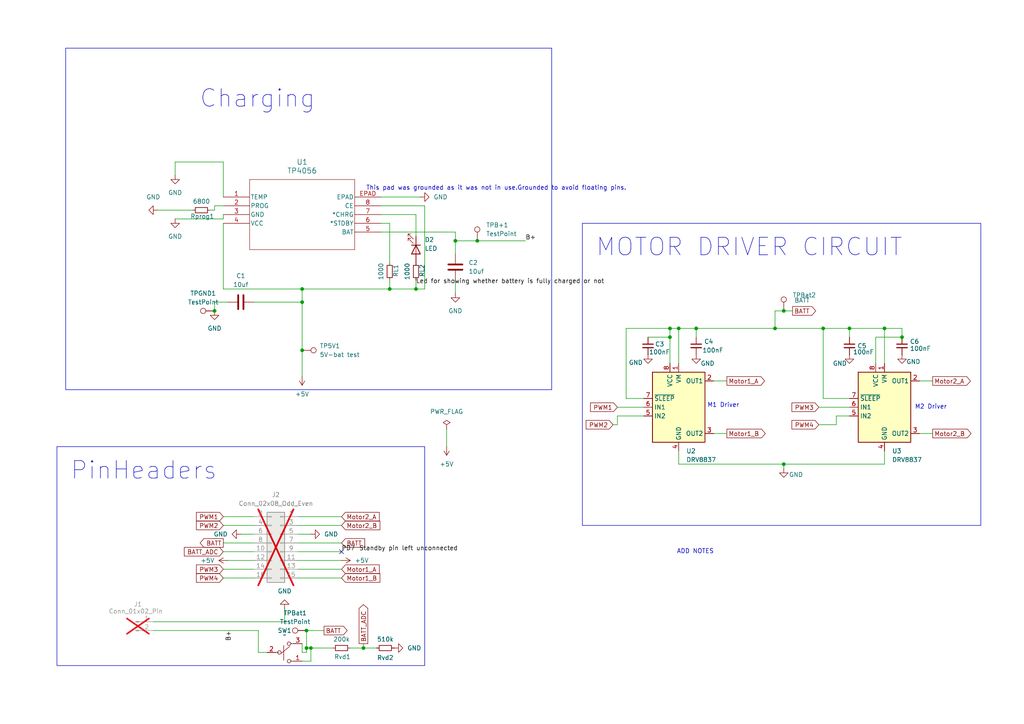
<source format=kicad_sch>
(kicad_sch (version 20231120) (generator "eeschema") (generator_version "8.0")
  (paper "A4")
  (title_block (title "Power Subsystem") (date "2024/04/01") (rev "1") (company "University Of Cape Town") (comment 1 "Sithomola") (comment 2 "Mulweli"))
  (lib_symbols
    (symbol "Connector:Conn_01x02_Pin" (pin_names (offset 1.016) hide)
      (property "Reference" "J" (at 0 2.54 0))
      (property "Value" "Conn_01x02_Pin" (at 0 -5.08 0))
      (symbol "Conn_01x02_Pin_1_1"
        (polyline (pts (xy 1.27 -2.54) (xy 0.8636 -2.54)) (stroke (width 0.1524)))
        (polyline (pts (xy 1.27 0) (xy 0.8636 0)) (stroke (width 0.1524)))
        (rectangle (start 0.8636 -2.413) (end 0 -2.667) (stroke (width 0.1524)) (fill (type outline)))
        (rectangle (start 0.8636 0.127) (end 0 -0.127) (stroke (width 0.1524)) (fill (type outline)))
        (pin passive line (at 5.08 0 180) (length 3.81) (name "Pin_1") (number "1"))
        (pin passive line (at 5.08 -2.54 180) (length 3.81) (name "Pin_2") (number "2"))
      )
    )
    (symbol "Connector:TestPoint" (pin_numbers hide) (pin_names (offset 0.762) hide)
      (property "Reference" "TP" (at 0 6.858 0))
      (property "Value" "TestPoint" (at 0 5.08 0))
      (symbol "TestPoint_0_1"
        (circle (center 0 3.302) (radius 0.762))
      )
      (symbol "TestPoint_1_1"
        (pin passive line (at 0 0 90) (length 2.54) (name "1") (number "1"))
      )
    )
    (symbol "Connector_Generic:Conn_02x08_Odd_Even" (pin_names (offset 1.016) hide)
      (property "Reference" "J" (at 1.27 10.16 0))
      (property "Value" "Conn_02x08_Odd_Even" (at 1.27 -12.7 0))
      (symbol "Conn_02x08_Odd_Even_1_1"
        (rectangle (start -1.27 -10.033) (end 0 -10.287) (stroke (width 0.1524)))
        (rectangle (start -1.27 -7.493) (end 0 -7.747) (stroke (width 0.1524)))
        (rectangle (start -1.27 -4.953) (end 0 -5.207) (stroke (width 0.1524)))
        (rectangle (start -1.27 -2.413) (end 0 -2.667) (stroke (width 0.1524)))
        (rectangle (start -1.27 0.127) (end 0 -0.127) (stroke (width 0.1524)))
        (rectangle (start -1.27 2.667) (end 0 2.413) (stroke (width 0.1524)))
        (rectangle (start -1.27 5.207) (end 0 4.953) (stroke (width 0.1524)))
        (rectangle (start -1.27 7.747) (end 0 7.493) (stroke (width 0.1524)))
        (rectangle (start -1.27 8.89) (end 3.81 -11.43) (stroke (width 0.254)) (fill (type background)))
        (rectangle (start 3.81 -10.033) (end 2.54 -10.287) (stroke (width 0.1524)))
        (rectangle (start 3.81 -7.493) (end 2.54 -7.747) (stroke (width 0.1524)))
        (rectangle (start 3.81 -4.953) (end 2.54 -5.207) (stroke (width 0.1524)))
        (rectangle (start 3.81 -2.413) (end 2.54 -2.667) (stroke (width 0.1524)))
        (rectangle (start 3.81 0.127) (end 2.54 -0.127) (stroke (width 0.1524)))
        (rectangle (start 3.81 2.667) (end 2.54 2.413) (stroke (width 0.1524)))
        (rectangle (start 3.81 5.207) (end 2.54 4.953) (stroke (width 0.1524)))
        (rectangle (start 3.81 7.747) (end 2.54 7.493) (stroke (width 0.1524)))
        (pin passive line (at -5.08 7.62 0) (length 3.81) (name "Pin_1") (number "1"))
        (pin passive line (at 7.62 -2.54 180) (length 3.81) (name "Pin_10") (number "10"))
        (pin passive line (at -5.08 -5.08 0) (length 3.81) (name "Pin_11") (number "11"))
        (pin passive line (at 7.62 -5.08 180) (length 3.81) (name "Pin_12") (number "12"))
        (pin passive line (at -5.08 -7.62 0) (length 3.81) (name "Pin_13") (number "13"))
        (pin passive line (at 7.62 -7.62 180) (length 3.81) (name "Pin_14") (number "14"))
        (pin passive line (at -5.08 -10.16 0) (length 3.81) (name "Pin_15") (number "15"))
        (pin passive line (at 7.62 -10.16 180) (length 3.81) (name "Pin_16") (number "16"))
        (pin passive line (at 7.62 7.62 180) (length 3.81) (name "Pin_2") (number "2"))
        (pin passive line (at -5.08 5.08 0) (length 3.81) (name "Pin_3") (number "3"))
        (pin passive line (at 7.62 5.08 180) (length 3.81) (name "Pin_4") (number "4"))
        (pin passive line (at -5.08 2.54 0) (length 3.81) (name "Pin_5") (number "5"))
        (pin passive line (at 7.62 2.54 180) (length 3.81) (name "Pin_6") (number "6"))
        (pin passive line (at -5.08 0 0) (length 3.81) (name "Pin_7") (number "7"))
        (pin passive line (at 7.62 0 180) (length 3.81) (name "Pin_8") (number "8"))
        (pin passive line (at -5.08 -2.54 0) (length 3.81) (name "Pin_9") (number "9"))
      )
    )
    (symbol "Device:C" (pin_numbers hide) (pin_names (offset 0.254))
      (property "Reference" "C" (at 0.635 2.54 0))
      (property "Value" "C" (at 0.635 -2.54 0))
      (symbol "C_0_1"
        (polyline (pts (xy -2.032 -0.762) (xy 2.032 -0.762)) (stroke (width 0.508)))
        (polyline (pts (xy -2.032 0.762) (xy 2.032 0.762)) (stroke (width 0.508)))
      )
      (symbol "C_1_1"
        (pin passive line (at 0 3.81 270) (length 2.794) (name "~") (number "1"))
        (pin passive line (at 0 -3.81 90) (length 2.794) (name "~") (number "2"))
      )
    )
    (symbol "Device:C_Small" (pin_numbers hide) (pin_names (offset 0.254) hide)
      (property "Reference" "C" (at 0.254 1.778 0))
      (property "Value" "C_Small" (at 0.254 -2.032 0))
      (symbol "C_Small_0_1"
        (polyline (pts (xy -1.524 -0.508) (xy 1.524 -0.508)) (stroke (width 0.3302)))
        (polyline (pts (xy -1.524 0.508) (xy 1.524 0.508)) (stroke (width 0.3048)))
      )
      (symbol "C_Small_1_1"
        (pin passive line (at 0 2.54 270) (length 2.032) (name "~") (number "1"))
        (pin passive line (at 0 -2.54 90) (length 2.032) (name "~") (number "2"))
      )
    )
    (symbol "Device:LED" (pin_numbers hide) (pin_names (offset 1.016) hide)
      (property "Reference" "D" (at 0 2.54 0))
      (property "Value" "LED" (at 0 -2.54 0))
      (symbol "LED_0_1"
        (polyline (pts (xy -1.27 -1.27) (xy -1.27 1.27)) (stroke (width 0.254)))
        (polyline (pts (xy -1.27 0) (xy 1.27 0)))
        (polyline (pts (xy 1.27 -1.27) (xy 1.27 1.27) (xy -1.27 0) (xy 1.27 -1.27)) (stroke (width 0.254)))
        (polyline (pts (xy -3.048 -0.762) (xy -4.572 -2.286) (xy -3.81 -2.286) (xy -4.572 -2.286) (xy -4.572 -1.524)))
        (polyline (pts (xy -1.778 -0.762) (xy -3.302 -2.286) (xy -2.54 -2.286) (xy -3.302 -2.286) (xy -3.302 -1.524)))
      )
      (symbol "LED_1_1"
        (pin passive line (at -3.81 0 0) (length 2.54) (name "K") (number "1"))
        (pin passive line (at 3.81 0 180) (length 2.54) (name "A") (number "2"))
      )
    )
    (symbol "Device:R_Small" (pin_numbers hide) (pin_names (offset 0.254) hide)
      (property "Reference" "R" (at 0.762 0.508 0))
      (property "Value" "R_Small" (at 0.762 -1.016 0))
      (symbol "R_Small_0_1"
        (rectangle (start -0.762 1.778) (end 0.762 -1.778) (stroke (width 0.2032)))
      )
      (symbol "R_Small_1_1"
        (pin passive line (at 0 2.54 270) (length 0.762) (name "~") (number "1"))
        (pin passive line (at 0 -2.54 90) (length 0.762) (name "~") (number "2"))
      )
    )
    (symbol "Driver_Motor:DRV8837"
      (property "Reference" "U" (at 6.35 11.43 0))
      (property "Value" "DRV8837" (at -10.16 11.43 0))
      (symbol "DRV8837_0_1"
        (rectangle (start -7.62 10.16) (end 7.62 -10.16) (stroke (width 0.254)) (fill (type background)))
      )
      (symbol "DRV8837_1_1"
        (pin power_in line (at 0 12.7 270) (length 2.54) (name "VM") (number "1"))
        (pin output line (at 10.16 7.62 180) (length 2.54) (name "OUT1") (number "2"))
        (pin output line (at 10.16 -7.62 180) (length 2.54) (name "OUT2") (number "3"))
        (pin power_in line (at 0 -12.7 90) (length 2.54) (name "GND") (number "4"))
        (pin input line (at -10.16 -2.54 0) (length 2.54) (name "IN2") (number "5"))
        (pin input line (at -10.16 0 0) (length 2.54) (name "IN1") (number "6"))
        (pin input line (at -10.16 2.54 0) (length 2.54) (name "~{SLEEP}") (number "7"))
        (pin power_in line (at -2.54 12.7 270) (length 2.54) (name "VCC") (number "8"))
        (pin passive line (at 0 -12.7 90) (length 2.54) hide (name "GND") (number "9"))
      )
    )
    (symbol "TP4056-42-ESOP8:MT-0-103-F001-T000-RS+PJ"
      (property "Reference" "SW1" (at -2.286 5.588 0))
      (symbol "MT-0-103-F001-T000-RS+PJ_1_0"
        (circle (center -2.54 -1.27) (radius 0.508))
        (polyline (pts (xy -2.54 -1.778) (xy -2.54 -2.54)))
        (polyline (pts (xy -2.286 0.254) (xy 2.032 0.254)))
        (polyline (pts (xy -0.254 1.016) (xy 1.778 -1.524)))
        (polyline (pts (xy 0 2.032) (xy 0 2.54)))
        (polyline (pts (xy 2.54 -1.778) (xy 2.54 -2.54)))
        (circle (center 0 1.524) (radius 0.508))
        (circle (center 2.54 -1.27) (radius 0.508))
        (pin passive line (at -2.54 -5.08 90) (length 2.54) (name "1") (number "1"))
        (pin passive line (at 0 5.08 270) (length 2.54) (name "2") (number "2"))
        (pin passive line (at 2.54 -5.08 90) (length 2.54) (name "3") (number "3"))
      )
    )
    (symbol "TP4056_1" (pin_names (offset 0.254))
      (property "Reference" "U" (at 22.86 10.16 0))
      (property "Value" "TP4056" (at 22.86 7.62 0))
      (symbol "TP4056_1_0_1"
        (polyline (pts (xy 7.62 -15.24) (xy 38.1 -15.24)) (stroke (width 0.127)))
        (polyline (pts (xy 7.62 5.08) (xy 7.62 -15.24)) (stroke (width 0.127)))
        (polyline (pts (xy 38.1 -15.24) (xy 38.1 5.08)) (stroke (width 0.127)))
        (polyline (pts (xy 38.1 5.08) (xy 7.62 5.08)) (stroke (width 0.127)))
        (pin input line (at 0 0 0) (length 7.62) (name "TEMP") (number "1"))
        (pin power_out line (at 0 -5.08 0) (length 7.62) (name "GND") (number "3"))
        (pin power_in line (at 0 -7.62 0) (length 7.62) (name "VCC") (number "4"))
        (pin power_in line (at 45.72 -10.16 180) (length 7.62) (name "BAT") (number "5"))
        (pin input line (at 45.72 -2.54 180) (length 7.62) (name "CE") (number "8"))
      )
      (symbol "TP4056_1_1_1"
        (pin passive line (at 0 -2.54 0) (length 7.62) (name "PROG") (number "2"))
        (pin output line (at 45.72 -7.62 180) (length 7.62) (name "*STDBY") (number "6"))
        (pin output line (at 45.72 -5.08 180) (length 7.62) (name "*CHRG") (number "7"))
        (pin passive line (at 45.72 0 180) (length 7.62) (name "EPAD") (number "EPAD"))
      )
    )
    (symbol "power:+5V" (power) (pin_numbers hide) (pin_names (offset 0) hide)
      (property "Value" "+5V" (at 0 3.556 0))
      (symbol "+5V_0_1"
        (polyline (pts (xy -0.762 1.27) (xy 0 2.54)))
        (polyline (pts (xy 0 0) (xy 0 2.54)))
        (polyline (pts (xy 0 2.54) (xy 0.762 1.27)))
      )
      (symbol "+5V_1_1"
        (pin power_in line (at 0 0 90) (length 0) (name "~") (number "1"))
      )
    )
    (symbol "power:GND" (power) (pin_numbers hide) (pin_names (offset 0) hide)
      (property "Value" "GND" (at 0 -3.81 0))
      (symbol "GND_0_1"
        (polyline (pts (xy 0 0) (xy 0 -1.27) (xy 1.27 -1.27) (xy 0 -2.54) (xy -1.27 -1.27) (xy 0 -1.27)))
      )
      (symbol "GND_1_1"
        (pin power_in line (at 0 0 270) (length 0) (name "~") (number "1"))
      )
    )
    (symbol "power:PWR_FLAG" (power) (pin_numbers hide) (pin_names (offset 0) hide)
      (property "Value" "PWR_FLAG" (at 0 3.81 0))
      (symbol "PWR_FLAG_0_0"
        (pin power_out line (at 0 0 90) (length 0) (name "~") (number "1"))
      )
      (symbol "PWR_FLAG_0_1"
        (polyline (pts (xy 0 0) (xy 0 1.27) (xy -1.016 1.905) (xy 0 2.54) (xy 1.016 1.905) (xy 0 1.27)))
      )
    )
  )
  (junction (at 138.43 69.85))
  (junction (at 256.54 95.25))
  (junction (at 196.85 95.25))
  (junction (at 227.33 90.17))
  (junction (at 227.33 134.62))
  (junction (at 87.63 101.6))
  (junction (at 113.03 83.82))
  (junction (at 246.38 95.25))
  (junction (at 87.63 87.63))
  (junction (at 201.93 95.25))
  (junction (at 105.41 187.96))
  (junction (at 194.31 97.79))
  (junction (at 87.63 83.82))
  (junction (at 88.9 187.96))
  (junction (at 224.79 95.25))
  (junction (at 120.65 83.82))
  (junction (at 238.76 95.25))
  (junction (at 88.9 182.88))
  (junction (at 62.23 90.17))
  (junction (at 261.62 97.79))
  (junction (at 194.31 95.25))
  (junction (at 132.08 69.85))
  (junction (at 90.17 187.96))
  (no_connect (at 99.06 160.02))
  (wire (pts (xy 113.03 64.77) (xy 113.03 76.2)))
  (wire (pts (xy 73.66 157.48) (xy 64.77 157.48)))
  (wire (pts (xy 132.08 69.85) (xy 132.08 73.66)))
  (wire (pts (xy 224.79 95.25) (xy 238.76 95.25)))
  (wire (pts (xy 99.06 149.86) (xy 86.36 149.86)))
  (wire (pts (xy 256.54 130.81) (xy 256.54 134.62)))
  (wire (pts (xy 181.61 95.25) (xy 181.61 115.57)))
  (wire (pts (xy 50.8 46.99) (xy 50.8 50.8)))
  (wire (pts (xy 181.61 95.25) (xy 194.31 95.25)))
  (wire (pts (xy 123.19 83.82) (xy 123.19 59.69)))
  (wire (pts (xy 44.45 180.34) (xy 82.55 180.34)))
  (wire (pts (xy 99.06 167.64) (xy 86.36 167.64)))
  (wire (pts (xy 179.07 123.19) (xy 179.07 120.65)))
  (wire (pts (xy 73.66 167.64) (xy 64.77 167.64)))
  (wire (pts (xy 256.54 95.25) (xy 261.62 95.25)))
  (wire (pts (xy 177.8 123.19) (xy 179.07 123.19)))
  (wire (pts (xy 101.6 187.96) (xy 105.41 187.96)))
  (wire (pts (xy 132.08 67.31) (xy 132.08 69.85)))
  (wire (pts (xy 242.57 120.65) (xy 246.38 120.65)))
  (wire (pts (xy 194.31 95.25) (xy 194.31 97.79)))
  (wire (pts (xy 254 97.79) (xy 254 105.41)))
  (wire (pts (xy 120.65 83.82) (xy 123.19 83.82)))
  (wire (pts (xy 62.23 59.69) (xy 64.77 59.69)))
  (wire (pts (xy 242.57 123.19) (xy 242.57 120.65)))
  (wire (pts (xy 132.08 81.28) (xy 132.08 85.09)))
  (wire (pts (xy 99.06 157.48) (xy 86.36 157.48)))
  (wire (pts (xy 201.93 95.25) (xy 201.93 97.79)))
  (wire (pts (xy 181.61 115.57) (xy 186.69 115.57)))
  (wire (pts (xy 87.63 101.6) (xy 87.63 109.22)))
  (wire (pts (xy 99.06 160.02) (xy 86.36 160.02)))
  (wire (pts (xy 45.72 60.96) (xy 55.88 60.96)))
  (wire (pts (xy 105.41 187.96) (xy 109.22 187.96)))
  (wire (pts (xy 110.49 67.31) (xy 132.08 67.31)))
  (wire (pts (xy 224.79 90.17) (xy 227.33 90.17)))
  (wire (pts (xy 194.31 95.25) (xy 196.85 95.25)))
  (wire (pts (xy 187.96 97.79) (xy 194.31 97.79)))
  (wire (pts (xy 90.17 191.77) (xy 90.17 187.96)))
  (wire (pts (xy 99.06 152.4) (xy 86.36 152.4)))
  (wire (pts (xy 64.77 46.99) (xy 50.8 46.99)))
  (wire (pts (xy 207.01 110.49) (xy 210.82 110.49)))
  (wire (pts (xy 256.54 134.62) (xy 227.33 134.62)))
  (wire (pts (xy 88.9 187.96) (xy 90.17 187.96)))
  (wire (pts (xy 194.31 105.41) (xy 194.31 97.79)))
  (wire (pts (xy 87.63 83.82) (xy 113.03 83.82)))
  (wire (pts (xy 73.66 165.1) (xy 64.77 165.1)))
  (wire (pts (xy 74.93 189.23) (xy 77.47 189.23)))
  (wire (pts (xy 227.33 134.62) (xy 227.33 135.89)))
  (wire (pts (xy 88.9 189.23) (xy 88.9 187.96)))
  (wire (pts (xy 73.66 87.63) (xy 87.63 87.63)))
  (wire (pts (xy 110.49 57.15) (xy 121.92 57.15)))
  (wire (pts (xy 87.63 83.82) (xy 87.63 87.63)))
  (wire (pts (xy 87.63 186.69) (xy 87.63 189.23)))
  (wire (pts (xy 88.9 182.88) (xy 93.98 182.88)))
  (wire (pts (xy 227.33 134.62) (xy 196.85 134.62)))
  (wire (pts (xy 237.49 123.19) (xy 242.57 123.19)))
  (wire (pts (xy 66.04 87.63) (xy 62.23 87.63)))
  (wire (pts (xy 73.66 152.4) (xy 64.77 152.4)))
  (wire (pts (xy 82.55 176.53) (xy 82.55 180.34)))
  (wire (pts (xy 113.03 83.82) (xy 113.03 81.28)))
  (wire (pts (xy 266.7 110.49) (xy 270.51 110.49)))
  (wire (pts (xy 196.85 95.25) (xy 201.93 95.25)))
  (wire (pts (xy 238.76 95.25) (xy 246.38 95.25)))
  (wire (pts (xy 266.7 125.73) (xy 270.51 125.73)))
  (wire (pts (xy 64.77 63.5) (xy 64.77 62.23)))
  (wire (pts (xy 179.07 118.11) (xy 186.69 118.11)))
  (wire (pts (xy 44.45 182.88) (xy 74.93 182.88)))
  (wire (pts (xy 73.66 154.94) (xy 69.85 154.94)))
  (wire (pts (xy 224.79 90.17) (xy 224.79 95.25)))
  (wire (pts (xy 120.65 83.82) (xy 120.65 81.28)))
  (wire (pts (xy 60.96 60.96) (xy 62.23 60.96)))
  (wire (pts (xy 87.63 191.77) (xy 90.17 191.77)))
  (wire (pts (xy 73.66 149.86) (xy 64.77 149.86)))
  (wire (pts (xy 254 97.79) (xy 261.62 97.79)))
  (wire (pts (xy 87.63 189.23) (xy 88.9 189.23)))
  (wire (pts (xy 110.49 64.77) (xy 113.03 64.77)))
  (wire (pts (xy 64.77 63.5) (xy 50.8 63.5)))
  (wire (pts (xy 261.62 95.25) (xy 261.62 97.79)))
  (wire (pts (xy 90.17 154.94) (xy 86.36 154.94)))
  (wire (pts (xy 99.06 165.1) (xy 86.36 165.1)))
  (wire (pts (xy 246.38 95.25) (xy 256.54 95.25)))
  (wire (pts (xy 138.43 69.85) (xy 152.4 69.85)))
  (wire (pts (xy 129.54 124.46) (xy 129.54 129.54)))
  (wire (pts (xy 73.66 160.02) (xy 64.77 160.02)))
  (wire (pts (xy 73.66 162.56) (xy 66.04 162.56)))
  (wire (pts (xy 256.54 95.25) (xy 256.54 105.41)))
  (wire (pts (xy 120.65 68.58) (xy 120.65 62.23)))
  (wire (pts (xy 62.23 87.63) (xy 62.23 90.17)))
  (wire (pts (xy 238.76 115.57) (xy 246.38 115.57)))
  (wire (pts (xy 87.63 87.63) (xy 87.63 101.6)))
  (wire (pts (xy 64.77 64.77) (xy 64.77 83.82)))
  (wire (pts (xy 105.41 186.69) (xy 105.41 187.96)))
  (wire (pts (xy 224.79 95.25) (xy 201.93 95.25)))
  (wire (pts (xy 113.03 83.82) (xy 120.65 83.82)))
  (wire (pts (xy 207.01 125.73) (xy 210.82 125.73)))
  (wire (pts (xy 110.49 62.23) (xy 120.65 62.23)))
  (wire (pts (xy 64.77 46.99) (xy 64.77 57.15)))
  (wire (pts (xy 227.33 90.17) (xy 229.87 90.17)))
  (wire (pts (xy 196.85 134.62) (xy 196.85 130.81)))
  (wire (pts (xy 62.23 60.96) (xy 62.23 59.69)))
  (wire (pts (xy 179.07 120.65) (xy 186.69 120.65)))
  (wire (pts (xy 196.85 95.25) (xy 196.85 105.41)))
  (wire (pts (xy 88.9 187.96) (xy 88.9 182.88)))
  (wire (pts (xy 237.49 118.11) (xy 246.38 118.11)))
  (wire (pts (xy 74.93 189.23) (xy 74.93 182.88)))
  (wire (pts (xy 132.08 69.85) (xy 138.43 69.85)))
  (wire (pts (xy 90.17 187.96) (xy 96.52 187.96)))
  (wire (pts (xy 123.19 59.69) (xy 110.49 59.69)))
  (wire (pts (xy 64.77 83.82) (xy 87.63 83.82)))
  (wire (pts (xy 246.38 95.25) (xy 246.38 97.79)))
  (wire (pts (xy 238.76 115.57) (xy 238.76 95.25)))
  (wire (pts (xy 86.36 162.56) (xy 99.06 162.56)))
  (text_box "" (at 19.05 13.97 0) (size 140.97 99.06) (effects (font (size 1.27 1.27)) (justify left top)))
  (text_box "PinHeaders\n" (at 16.51 129.54 0) (size 106.68 63.5) (effects (font (size 5.08 5.08)) (justify left top)))
  (text_box "MOTOR DRIVER CIRCUIT" (at 168.91 64.77 0) (size 115.57 87.63) (effects (font (size 5.08 5.08)) (justify left top)))
  (text "This pad was grounded as it was not in use.Grounded to avoid floating pins." (at 106.172 54.61 0) (effects (font (size 1.27 1.27)) (justify left)))
  (text "ADD NOTES" (at 201.676 160.02 0) (effects (font (size 1.27 1.27))))
  (text "M1 Driver" (at 209.804 117.602 0) (effects (font (size 1.27 1.27))))
  (text "M2 Driver" (at 270.002 118.11 0) (effects (font (size 1.27 1.27))))
  (text "Charging" (at 74.676 28.702 0) (effects (font (size 5.08 5.08))))
  (label "Led for showing whether battery is fully charged or not" (at 120.65 82.55 0))
  (label "PD7" (at 99.06 160.02 0))
  (label "B+" (at 67.31 182.88 270))
  (label "Standby pin left unconnected" (at 104.14 160.02 0))
  (label "B+" (at 152.4 69.85 0))
  (global_label "BATT_ADC" (shape output) (at 105.41 186.69 90) (property "Intersheetrefs" "${INTERSHEET_REFS}" (effects (hide yes))))
  (global_label "PWM4" (shape input) (at 237.49 123.19 180) (property "Intersheetrefs" "${INTERSHEET_REFS}" (effects (hide yes))))
  (global_label "BATT" (shape output) (at 93.98 182.88 0) (property "Intersheetrefs" "${INTERSHEET_REFS}" (effects (hide yes))))
  (global_label "Motor2_B" (shape output) (at 270.51 125.73 0) (property "Intersheetrefs" "${INTERSHEET_REFS}" (effects (hide yes))))
  (global_label "PWM2" (shape input) (at 64.77 152.4 180) (property "Intersheetrefs" "${INTERSHEET_REFS}" (effects (hide yes))))
  (global_label "BATT" (shape output) (at 64.77 157.48 180) (property "Intersheetrefs" "${INTERSHEET_REFS}" (effects (hide yes))))
  (global_label "PWM2" (shape input) (at 177.8 123.19 180) (property "Intersheetrefs" "${INTERSHEET_REFS}" (effects (hide yes))))
  (global_label "BATT" (shape output) (at 229.87 90.17 0) (property "Intersheetrefs" "${INTERSHEET_REFS}" (effects (hide yes))))
  (global_label "BATT_ADC" (shape input) (at 64.77 160.02 180) (property "Intersheetrefs" "${INTERSHEET_REFS}" (effects (hide yes))))
  (global_label "Motor2_A" (shape output) (at 270.51 110.49 0) (property "Intersheetrefs" "${INTERSHEET_REFS}" (effects (hide yes))))
  (global_label "Motor2_A" (shape input) (at 99.06 149.86 0) (property "Intersheetrefs" "${INTERSHEET_REFS}" (effects (hide yes))))
  (global_label "BATT" (shape input) (at 99.06 157.48 0) (property "Intersheetrefs" "${INTERSHEET_REFS}" (effects (hide yes))))
  (global_label "PWM3" (shape input) (at 64.77 165.1 180) (property "Intersheetrefs" "${INTERSHEET_REFS}" (effects (hide yes))))
  (global_label "PWM3" (shape input) (at 237.49 118.11 180) (property "Intersheetrefs" "${INTERSHEET_REFS}" (effects (hide yes))))
  (global_label "Motor1_B" (shape output) (at 210.82 125.73 0) (property "Intersheetrefs" "${INTERSHEET_REFS}" (effects (hide yes))))
  (global_label "Motor1_A" (shape input) (at 99.06 165.1 0) (property "Intersheetrefs" "${INTERSHEET_REFS}" (effects (hide yes))))
  (global_label "PWM1" (shape input) (at 64.77 149.86 180) (property "Intersheetrefs" "${INTERSHEET_REFS}" (effects (hide yes))))
  (global_label "PWM1" (shape input) (at 179.07 118.11 180) (property "Intersheetrefs" "${INTERSHEET_REFS}" (effects (hide yes))))
  (global_label "Motor1_B" (shape input) (at 99.06 167.64 0) (property "Intersheetrefs" "${INTERSHEET_REFS}" (effects (hide yes))))
  (global_label "Motor1_A" (shape output) (at 210.82 110.49 0) (property "Intersheetrefs" "${INTERSHEET_REFS}" (effects (hide yes))))
  (global_label "Motor2_B" (shape input) (at 99.06 152.4 0) (property "Intersheetrefs" "${INTERSHEET_REFS}" (effects (hide yes))))
  (global_label "PWM4" (shape input) (at 64.77 167.64 180) (property "Intersheetrefs" "${INTERSHEET_REFS}" (effects (hide yes))))
  (symbol (lib_id "power:GND") (at 62.23 90.17 0) (unit 1)
    (property "Reference" "#PWR04" (effects (hide yes)))
    (property "Value" "GND" (at 62.23 95.25 0))
    (property "Description" "Power symbol creates a global label with name \"GND\" , ground" (effects (hide yes)))
  )
  (symbol (lib_id "power:GND") (at 50.8 63.5 0) (unit 1)
    (property "Reference" "#PWR03" (effects (hide yes)))
    (property "Value" "GND" (at 50.8 68.58 0))
    (property "Description" "Power symbol creates a global label with name \"GND\" , ground" (effects (hide yes)))
  )
  (symbol (lib_id "Device:R_Small") (at 58.42 60.96 270) (unit 1)
    (property "Reference" "Rprog1" (at 58.674 62.738 90))
    (property "Value" "6800" (at 58.42 58.42 90))
    (property "Footprint" "Resistor_SMD:R_0805_2012Metric" (effects (hide yes)))
    (property "Description" "Resistor, small symbol" (effects (hide yes)))
  )
  (symbol (lib_id "Connector:Conn_01x02_Pin") (at 39.37 180.34 0) (unit 1) (dnp yes)
    (property "Reference" "J1" (at 40.005 175.26 0))
    (property "Value" "Conn_01x02_Pin" (at 39.37 177.292 0))
    (property "Footprint" "Connector_PinHeader_2.00mm:PinHeader_1x02_P2.00mm_Vertical" (effects (hide yes)))
    (property "Description" "Generic connector, single row, 01x02, script generated" (effects (hide yes)))
  )
  (symbol (lib_id "Device:R_Small") (at 113.03 78.74 0) (unit 1)
    (property "Reference" "RL1" (at 114.808 78.486 90))
    (property "Value" "1000" (at 110.49 78.74 90))
    (property "Footprint" "Resistor_SMD:R_0805_2012Metric" (effects (hide yes)))
    (property "Description" "Resistor, small symbol" (effects (hide yes)))
  )
  (symbol (lib_id "power:GND") (at 227.33 135.89 0) (unit 1)
    (property "Reference" "#PWR017" (effects (hide yes)))
    (property "Value" "GND" (at 230.886 137.668 0))
    (property "Description" "Power symbol creates a global label with name \"GND\" , ground" (effects (hide yes)))
  )
  (symbol (lib_id "Device:C_Small") (at 261.62 100.33 0) (unit 1)
    (property "Reference" "C6" (at 263.906 99.06 0) (effects (justify left)))
    (property "Value" "100nF" (at 263.906 101.092 0) (effects (justify left)))
    (property "Footprint" "Capacitor_SMD:C_0805_2012Metric" (effects (hide yes)))
    (property "Description" "Unpolarized capacitor, small symbol" (effects (hide yes)))
  )
  (symbol (lib_id "Device:C_Small") (at 246.38 100.33 0) (unit 1)
    (property "Reference" "C5" (at 248.666 100.33 0) (effects (justify left)))
    (property "Value" "100nF" (at 247.396 102.108 0) (effects (justify left)))
    (property "Footprint" "Capacitor_SMD:C_0805_2012Metric" (effects (hide yes)))
    (property "Description" "Unpolarized capacitor, small symbol" (effects (hide yes)))
  )
  (symbol (lib_id "power:GND") (at 82.55 176.53 180) (unit 1)
    (property "Reference" "#PWR07" (effects (hide yes)))
    (property "Value" "GND" (at 82.55 171.45 0))
    (property "Description" "Power symbol creates a global label with name \"GND\" , ground" (effects (hide yes)))
  )
  (symbol (lib_id "Device:C_Small") (at 187.96 100.33 0) (unit 1)
    (property "Reference" "C3" (at 189.992 99.822 0) (effects (justify left)))
    (property "Value" "100nF" (at 188.214 102.108 0) (effects (justify left)))
    (property "Footprint" "Capacitor_SMD:C_0805_2012Metric" (effects (hide yes)))
    (property "Description" "Unpolarized capacitor, small symbol" (effects (hide yes)))
  )
  (symbol (lib_id "Connector:TestPoint") (at 87.63 101.6 270) (unit 1)
    (property "Reference" "TP5V1" (at 92.71 100.3299 90) (effects (justify left)))
    (property "Value" "5V-bat test" (at 92.71 102.8699 90) (effects (justify left)))
    (property "Footprint" "TestPoint:TestPoint_Pad_D2.5mm" (effects (hide yes)))
    (property "Description" "test point" (effects (hide yes)))
  )
  (symbol (lib_id "power:GND") (at 246.38 102.87 0) (unit 1)
    (property "Reference" "#PWR018" (effects (hide yes)))
    (property "Value" "GND" (at 243.586 105.41 0))
    (property "Description" "Power symbol creates a global label with name \"GND\" , ground" (effects (hide yes)))
  )
  (symbol (lib_id "power:GND") (at 261.62 102.87 0) (unit 1)
    (property "Reference" "#PWR019" (effects (hide yes)))
    (property "Value" "GND" (at 264.922 104.902 0))
    (property "Description" "Power symbol creates a global label with name \"GND\" , ground" (effects (hide yes)))
  )
  (symbol (lib_id "Device:C_Small") (at 201.93 100.33 0) (unit 1)
    (property "Reference" "C4" (at 204.216 99.06 0) (effects (justify left)))
    (property "Value" "100nF" (at 203.708 101.6 0) (effects (justify left)))
    (property "Footprint" "Capacitor_SMD:C_0805_2012Metric" (effects (hide yes)))
    (property "Description" "Unpolarized capacitor, small symbol" (effects (hide yes)))
  )
  (symbol (lib_id "power:+5V") (at 129.54 129.54 180) (unit 1)
    (property "Reference" "#PWR013" (effects (hide yes)))
    (property "Value" "+5V" (at 129.54 134.62 0))
    (property "Description" "Power symbol creates a global label with name \"+5V\"" (effects (hide yes)))
  )
  (symbol (lib_id "power:GND") (at 90.17 154.94 90) (mirror x) (unit 1)
    (property "Reference" "#PWR09" (effects (hide yes)))
    (property "Value" "GND" (at 93.98 154.9399 90) (effects (justify right)))
    (property "Description" "Power symbol creates a global label with name \"GND\" , ground" (effects (hide yes)))
  )
  (symbol (lib_id "Device:LED") (at 120.65 72.39 270) (unit 1)
    (property "Reference" "D2" (at 123.19 69.5324 90) (effects (justify left)))
    (property "Value" "LED" (at 123.19 72.0724 90) (effects (justify left)))
    (property "Footprint" "LED_SMD:LED_0805_2012Metric" (effects (hide yes)))
    (property "Description" "Light emitting diode" (effects (hide yes)))
  )
  (symbol (lib_id "power:+5V") (at 99.06 162.56 270) (unit 1)
    (property "Reference" "#PWR010" (effects (hide yes)))
    (property "Value" "+5V" (at 102.87 162.5599 90) (effects (justify left)))
    (property "Description" "Power symbol creates a global label with name \"+5V\"" (effects (hide yes)))
  )
  (symbol (lib_id "power:GND") (at 132.08 85.09 0) (unit 1)
    (property "Reference" "#PWR014" (effects (hide yes)))
    (property "Value" "GND" (at 132.08 90.17 0))
    (property "Description" "Power symbol creates a global label with name \"GND\" , ground" (effects (hide yes)))
  )
  (symbol (lib_id "Device:C") (at 69.85 87.63 270) (unit 1)
    (property "Reference" "C1" (at 69.85 80.01 90))
    (property "Value" "10uf" (at 69.85 82.55 90))
    (property "Footprint" "Capacitor_SMD:C_0805_2012Metric" (effects (hide yes)))
    (property "Description" "Unpolarized capacitor" (effects (hide yes)))
  )
  (symbol (lib_id "power:GND") (at 50.8 50.8 0) (unit 1)
    (property "Reference" "#PWR02" (effects (hide yes)))
    (property "Value" "GND" (at 50.8 55.88 0))
    (property "Description" "Power symbol creates a global label with name \"GND\" , ground" (effects (hide yes)))
  )
  (symbol (lib_id "Driver_Motor:DRV8837") (at 256.54 118.11 0) (unit 1)
    (property "Reference" "U3" (at 258.7341 130.81 0) (effects (justify left)))
    (property "Value" "DRV8837" (at 258.7341 133.35 0) (effects (justify left)))
    (property "Footprint" "Package_SON:WSON-8-1EP_2x2mm_P0.5mm_EP0.9x1.6mm" (effects (hide yes)))
    (property "Datasheet" "http://www.ti.com/lit/ds/symlink/drv8837.pdf" (effects (hide yes)))
    (property "Description" "H-Bridge driver, 1.8A, Low Voltage, PWM input, WSON-8" (effects (hide yes)))
  )
  (symbol (lib_id "Connector_Generic:Conn_02x08_Odd_Even") (at 81.28 157.48 0) (mirror y) (unit 1) (dnp yes)
    (property "Reference" "J2" (at 80.01 143.51 0))
    (property "Value" "Conn_02x08_Odd_Even" (at 80.01 146.05 0))
    (property "Footprint" "Connector_PinHeader_2.54mm:PinHeader_2x08_P2.54mm_Vertical" (effects (hide yes)))
    (property "Description" "Generic connector, double row, 02x08, odd/even pin numbering scheme (row 1 odd numbers, row 2 even numbers), script generated (kicad-library-utils/schlib/autogen/connector/)" (effects (hide yes)))
  )
  (symbol (lib_id "power:GND") (at 201.93 102.87 0) (unit 1)
    (property "Reference" "#PWR016" (effects (hide yes)))
    (property "Value" "GND" (at 205.232 105.41 0))
    (property "Description" "Power symbol creates a global label with name \"GND\" , ground" (effects (hide yes)))
  )
  (symbol (lib_id "power:GND") (at 45.72 60.96 270) (unit 1)
    (property "Reference" "#PWR01" (effects (hide yes)))
    (property "Value" "GND" (at 44.45 57.15 90))
    (property "Description" "Power symbol creates a global label with name \"GND\" , ground" (effects (hide yes)))
  )
  (symbol (lib_id "power:+5V") (at 87.63 109.22 180) (unit 1)
    (property "Reference" "#PWR08" (effects (hide yes)))
    (property "Value" "+5V" (at 87.63 114.3 0))
    (property "Description" "Power symbol creates a global label with name \"+5V\"" (effects (hide yes)))
  )
  (symbol (lib_id "power:GND") (at 114.3 187.96 90) (unit 1)
    (property "Reference" "#PWR011" (effects (hide yes)))
    (property "Value" "GND" (at 118.11 187.9599 90) (effects (justify right)))
    (property "Description" "Power symbol creates a global label with name \"GND\" , ground" (effects (hide yes)))
  )
  (symbol (lib_id "TP4056-42-ESOP8:MT-0-103-F001-T000-RS+PJ") (at 82.55 189.23 90) (unit 1)
    (property "Reference" "SW1" (at 82.55 182.88 90))
    (property "Value" "~" (at 82.55 184.15 90))
    (property "Footprint" "TP4056-42-ESOP8:SW-TH_MT-0-103-A101-M200-RS" (effects (hide yes)))
  )
  (symbol (lib_id "power:PWR_FLAG") (at 129.54 124.46 0) (unit 1)
    (property "Reference" "#FLG01" (effects (hide yes)))
    (property "Value" "PWR_FLAG" (at 129.54 119.38 0))
    (property "Description" "Special symbol for telling ERC where power comes from" (effects (hide yes)))
  )
  (symbol (lib_id "Connector:TestPoint") (at 62.23 90.17 90) (unit 1)
    (property "Reference" "TPGND1" (at 58.928 85.09 90))
    (property "Value" "TestPoint" (at 58.928 87.63 90))
    (property "Footprint" "TestPoint:TestPoint_Pad_D2.5mm" (effects (hide yes)))
    (property "Description" "test point" (effects (hide yes)))
  )
  (symbol (lib_id "Device:C") (at 132.08 77.47 180) (unit 1)
    (property "Reference" "C2" (at 135.89 76.1999 0) (effects (justify right)))
    (property "Value" "10uf" (at 135.89 78.7399 0) (effects (justify right)))
    (property "Footprint" "Capacitor_SMD:C_0805_2012Metric" (effects (hide yes)))
    (property "Description" "Unpolarized capacitor" (effects (hide yes)))
  )
  (symbol (lib_id "power:GND") (at 69.85 154.94 270) (mirror x) (unit 1)
    (property "Reference" "#PWR06" (effects (hide yes)))
    (property "Value" "GND" (at 66.04 154.9399 90) (effects (justify right)))
    (property "Description" "Power symbol creates a global label with name \"GND\" , ground" (effects (hide yes)))
  )
  (symbol (lib_id "power:GND") (at 121.92 57.15 90) (unit 1)
    (property "Reference" "#PWR012" (effects (hide yes)))
    (property "Value" "GND" (at 125.73 57.1499 90) (effects (justify right)))
    (property "Description" "Power symbol creates a global label with name \"GND\" , ground" (effects (hide yes)))
  )
  (symbol (lib_id "Device:R_Small") (at 111.76 187.96 90) (unit 1)
    (property "Reference" "Rvd2" (at 111.76 190.754 90))
    (property "Value" "510k" (at 111.76 185.42 90))
    (property "Footprint" "Resistor_SMD:R_0805_2012Metric" (effects (hide yes)))
    (property "Description" "Resistor, small symbol" (effects (hide yes)))
  )
  (symbol (lib_id "Connector:TestPoint") (at 138.43 69.85 0) (unit 1)
    (property "Reference" "TPB+1" (at 140.97 65.2779 0) (effects (justify left)))
    (property "Value" "TestPoint" (at 140.97 67.8179 0) (effects (justify left)))
    (property "Footprint" "TestPoint:TestPoint_Pad_D2.5mm" (effects (hide yes)))
    (property "Description" "test point" (effects (hide yes)))
  )
  (symbol (lib_name "TP4056_1") (lib_id "2024-03-20_11-18-36:TP4056") (at 64.77 57.15 0) (unit 1)
    (property "Reference" "U1" (at 87.63 46.99 0) (effects (font (size 1.524 1.524))))
    (property "Value" "TP4056" (at 87.63 49.53 0) (effects (font (size 1.524 1.524))))
    (property "Footprint" "TP4056-42-ESOP8:SOIC127P600X175-9N" (effects (hide yes)))
    (property "Datasheet" "TP4056" (effects (hide yes)))
  )
  (symbol (lib_id "Driver_Motor:DRV8837") (at 196.85 118.11 0) (unit 1)
    (property "Reference" "U2" (at 199.0441 130.81 0) (effects (justify left)))
    (property "Value" "DRV8837" (at 199.0441 133.35 0) (effects (justify left)))
    (property "Footprint" "Package_SON:WSON-8-1EP_2x2mm_P0.5mm_EP0.9x1.6mm" (effects (hide yes)))
    (property "Datasheet" "http://www.ti.com/lit/ds/symlink/drv8837.pdf" (effects (hide yes)))
    (property "Description" "H-Bridge driver, 1.8A, Low Voltage, PWM input, WSON-8" (effects (hide yes)))
  )
  (symbol (lib_id "Connector:TestPoint") (at 88.9 182.88 90) (unit 1)
    (property "Reference" "TPBat1" (at 85.598 177.8 90))
    (property "Value" "TestPoint" (at 85.598 180.34 90))
    (property "Footprint" "TestPoint:TestPoint_Pad_D2.5mm" (effects (hide yes)))
    (property "Description" "test point" (effects (hide yes)))
  )
  (symbol (lib_id "power:GND") (at 187.96 102.87 0) (unit 1)
    (property "Reference" "#PWR015" (effects (hide yes)))
    (property "Value" "GND" (at 184.404 105.156 0))
    (property "Description" "Power symbol creates a global label with name \"GND\" , ground" (effects (hide yes)))
  )
  (symbol (lib_id "Device:R_Small") (at 99.06 187.96 90) (unit 1)
    (property "Reference" "Rvd1" (at 99.314 190.5 90))
    (property "Value" "200k" (at 99.06 185.42 90))
    (property "Footprint" "Resistor_SMD:R_0805_2012Metric" (effects (hide yes)))
    (property "Description" "Resistor, small symbol" (effects (hide yes)))
  )
  (symbol (lib_id "Device:R_Small") (at 120.65 78.74 0) (unit 1)
    (property "Reference" "RL2" (at 122.428 78.486 90))
    (property "Value" "1000" (at 118.11 78.74 90))
    (property "Footprint" "Resistor_SMD:R_0805_2012Metric" (effects (hide yes)))
    (property "Description" "Resistor, small symbol" (effects (hide yes)))
  )
  (symbol (lib_id "power:+5V") (at 66.04 162.56 90) (unit 1)
    (property "Reference" "#PWR05" (effects (hide yes)))
    (property "Value" "+5V" (at 62.23 162.5599 90) (effects (justify left)))
    (property "Description" "Power symbol creates a global label with name \"+5V\"" (effects (hide yes)))
  )
  (symbol (lib_id "Connector:TestPoint") (at 227.33 90.17 0) (unit 1)
    (property "Reference" "TPBat2" (at 229.87 85.5979 0) (effects (justify left)))
    (property "Value" "BATT" (at 230.378 87.122 0) (effects (justify left)))
    (property "Footprint" "TestPoint:TestPoint_Pad_D1.0mm" (effects (hide yes)))
    (property "Description" "test point" (effects (hide yes)))
  )
)
</source>
